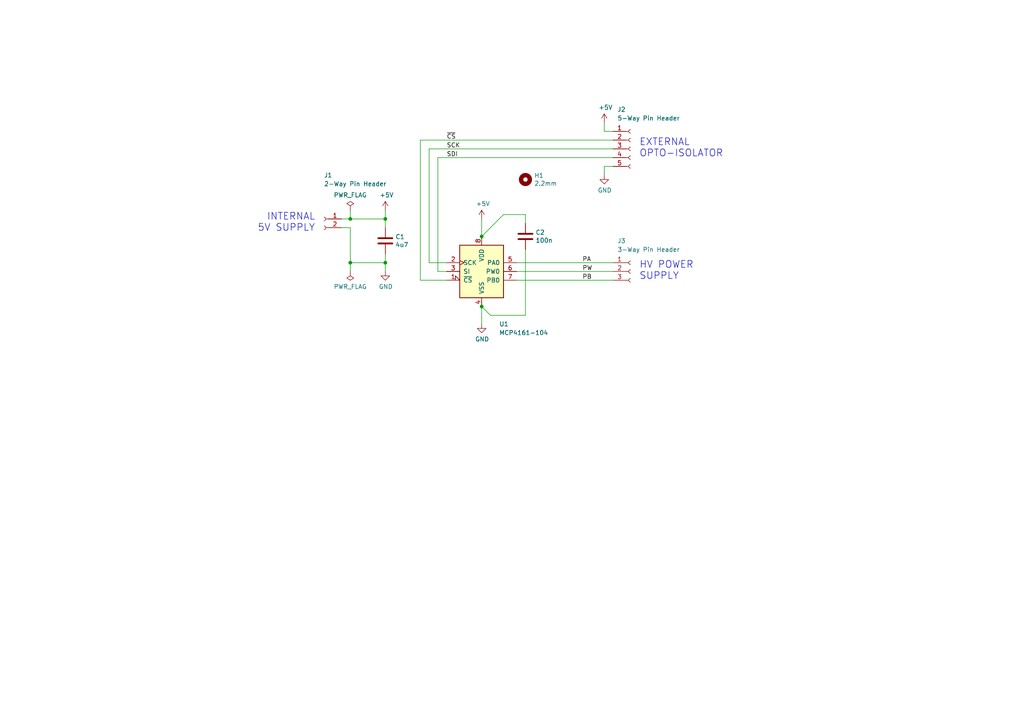
<source format=kicad_sch>
(kicad_sch (version 20230121) (generator eeschema)
  (paper "A4")
  (lib_symbols
    (symbol "Device:C" (pin_numbers hide) (pin_names (offset 0.254))
      (property "Reference" "C" (at 0.635 2.54 0))
      (property "Value" "C" (at 0.635 -2.54 0))
      (symbol "C_0_1"
        (polyline (pts (xy -2.032 -0.762) (xy 2.032 -0.762)) (stroke (width 0.508)))
        (polyline (pts (xy -2.032 0.762) (xy 2.032 0.762)) (stroke (width 0.508)))
      )
      (symbol "C_1_1"
        (pin passive line (at 0 3.81 270) (length 2.794) (name "~") (number "1"))
        (pin passive line (at 0 -3.81 90) (length 2.794) (name "~") (number "2"))
      )
    )
    (symbol "DigitalPot-rescue:Conn_01x02_Female-Connector" (pin_names (offset 1.016) hide)
      (property "Reference" "J" (at 0 2.54 0))
      (property "Value" "Connector_Conn_01x02_Female" (at 0 -5.08 0))
      (symbol "Conn_01x02_Female-Connector_1_1"
        (arc (start 0 -2.032) (mid -0.5058 -2.54) (end 0 -3.048) (stroke (width 0.1524)))
        (polyline (pts (xy -1.27 -2.54) (xy -0.508 -2.54)) (stroke (width 0.1524)))
        (polyline (pts (xy -1.27 0) (xy -0.508 0)) (stroke (width 0.1524)))
        (arc (start 0 0.508) (mid -0.5058 0) (end 0 -0.508) (stroke (width 0.1524)))
        (pin passive line (at -5.08 0 0) (length 3.81) (name "Pin_1") (number "1"))
        (pin passive line (at -5.08 -2.54 0) (length 3.81) (name "Pin_2") (number "2"))
      )
    )
    (symbol "DigitalPot-rescue:Conn_01x03_Female-Connector" (pin_names (offset 1.016) hide)
      (property "Reference" "J" (at 0 5.08 0))
      (property "Value" "Connector_Conn_01x03_Female" (at 0 -5.08 0))
      (symbol "Conn_01x03_Female-Connector_1_1"
        (arc (start 0 -2.032) (mid -0.5058 -2.54) (end 0 -3.048) (stroke (width 0.1524)))
        (polyline (pts (xy -1.27 -2.54) (xy -0.508 -2.54)) (stroke (width 0.1524)))
        (polyline (pts (xy -1.27 0) (xy -0.508 0)) (stroke (width 0.1524)))
        (polyline (pts (xy -1.27 2.54) (xy -0.508 2.54)) (stroke (width 0.1524)))
        (arc (start 0 0.508) (mid -0.5058 0) (end 0 -0.508) (stroke (width 0.1524)))
        (arc (start 0 3.048) (mid -0.5058 2.54) (end 0 2.032) (stroke (width 0.1524)))
        (pin passive line (at -5.08 2.54 0) (length 3.81) (name "Pin_1") (number "1"))
        (pin passive line (at -5.08 0 0) (length 3.81) (name "Pin_2") (number "2"))
        (pin passive line (at -5.08 -2.54 0) (length 3.81) (name "Pin_3") (number "3"))
      )
    )
    (symbol "DigitalPot-rescue:Conn_01x05_Female-Connector" (pin_names (offset 1.016) hide)
      (property "Reference" "J" (at 0 7.62 0))
      (property "Value" "Connector_Conn_01x05_Female" (at 0 -7.62 0))
      (symbol "Conn_01x05_Female-Connector_1_1"
        (arc (start 0 -4.572) (mid -0.5058 -5.08) (end 0 -5.588) (stroke (width 0.1524)))
        (arc (start 0 -2.032) (mid -0.5058 -2.54) (end 0 -3.048) (stroke (width 0.1524)))
        (polyline (pts (xy -1.27 -5.08) (xy -0.508 -5.08)) (stroke (width 0.1524)))
        (polyline (pts (xy -1.27 -2.54) (xy -0.508 -2.54)) (stroke (width 0.1524)))
        (polyline (pts (xy -1.27 0) (xy -0.508 0)) (stroke (width 0.1524)))
        (polyline (pts (xy -1.27 2.54) (xy -0.508 2.54)) (stroke (width 0.1524)))
        (polyline (pts (xy -1.27 5.08) (xy -0.508 5.08)) (stroke (width 0.1524)))
        (arc (start 0 0.508) (mid -0.5058 0) (end 0 -0.508) (stroke (width 0.1524)))
        (arc (start 0 3.048) (mid -0.5058 2.54) (end 0 2.032) (stroke (width 0.1524)))
        (arc (start 0 5.588) (mid -0.5058 5.08) (end 0 4.572) (stroke (width 0.1524)))
        (pin passive line (at -5.08 5.08 0) (length 3.81) (name "Pin_1") (number "1"))
        (pin passive line (at -5.08 2.54 0) (length 3.81) (name "Pin_2") (number "2"))
        (pin passive line (at -5.08 0 0) (length 3.81) (name "Pin_3") (number "3"))
        (pin passive line (at -5.08 -2.54 0) (length 3.81) (name "Pin_4") (number "4"))
        (pin passive line (at -5.08 -5.08 0) (length 3.81) (name "Pin_5") (number "5"))
      )
    )
    (symbol "Mechanical:MountingHole" (pin_names (offset 1.016))
      (property "Reference" "H" (at 0 5.08 0))
      (property "Value" "MountingHole" (at 0 3.175 0))
      (symbol "MountingHole_0_1"
        (circle (center 0 0) (radius 1.27) (stroke (width 1.27)))
      )
    )
    (symbol "Potentiometer_Digital:MCP41100" (pin_names (offset 1.016))
      (property "Reference" "U" (at -6.35 8.89 0))
      (property "Value" "MCP41100" (at 1.27 8.89 0))
      (symbol "MCP41100_0_1"
        (rectangle (start -6.35 7.62) (end 6.35 -7.62) (stroke (width 0.254)) (fill (type background)))
      )
      (symbol "MCP41100_1_1"
        (pin input input_low (at -10.16 -2.54 0) (length 3.81) (name "~{CS}") (number "1"))
        (pin passive clock (at -10.16 2.54 0) (length 3.81) (name "SCK") (number "2"))
        (pin input line (at -10.16 0 0) (length 3.81) (name "SI") (number "3"))
        (pin power_in line (at 0 -10.16 90) (length 2.54) (name "VSS") (number "4"))
        (pin passive line (at 10.16 2.54 180) (length 3.81) (name "PA0") (number "5"))
        (pin passive line (at 10.16 0 180) (length 3.81) (name "PW0") (number "6"))
        (pin passive line (at 10.16 -2.54 180) (length 3.81) (name "PB0") (number "7"))
        (pin power_in line (at 0 10.16 270) (length 2.54) (name "VDD") (number "8"))
      )
    )
    (symbol "power:+5V" (power) (pin_names (offset 0))
      (property "Value" "+5V" (at 0 3.556 0))
      (symbol "+5V_0_1"
        (polyline (pts (xy -0.762 1.27) (xy 0 2.54)))
        (polyline (pts (xy 0 0) (xy 0 2.54)))
        (polyline (pts (xy 0 2.54) (xy 0.762 1.27)))
      )
      (symbol "+5V_1_1"
        (pin power_in line (at 0 0 90) (length 0) hide (name "+5V") (number "1"))
      )
    )
    (symbol "power:GND" (power) (pin_names (offset 0))
      (property "Value" "GND" (at 0 -3.81 0))
      (symbol "GND_0_1"
        (polyline (pts (xy 0 0) (xy 0 -1.27) (xy 1.27 -1.27) (xy 0 -2.54) (xy -1.27 -1.27) (xy 0 -1.27)))
      )
      (symbol "GND_1_1"
        (pin power_in line (at 0 0 270) (length 0) hide (name "GND") (number "1"))
      )
    )
    (symbol "power:PWR_FLAG" (power) (pin_numbers hide) (pin_names (offset 0) hide)
      (property "Value" "PWR_FLAG" (at 0 3.81 0))
      (symbol "PWR_FLAG_0_0"
        (pin power_out line (at 0 0 90) (length 0) (name "pwr") (number "1"))
      )
      (symbol "PWR_FLAG_0_1"
        (polyline (pts (xy 0 0) (xy 0 1.27) (xy -1.016 1.905) (xy 0 2.54) (xy 1.016 1.905) (xy 0 1.27)))
      )
    )
  )
  (junction (at 101.6 63.5))
  (junction (at 101.6 76.2))
  (junction (at 111.76 76.2))
  (junction (at 139.7 68.58))
  (junction (at 111.76 63.5))
  (junction (at 139.7 88.9))
  (wire (pts (xy 142.24 91.44) (xy 139.7 88.9)))
  (wire (pts (xy 121.92 81.28) (xy 129.54 81.28)))
  (wire (pts (xy 111.76 60.96) (xy 111.76 63.5)))
  (wire (pts (xy 101.6 76.2) (xy 111.76 76.2)))
  (wire (pts (xy 124.46 43.18) (xy 177.8 43.18)))
  (wire (pts (xy 146.05 62.23) (xy 152.4 62.23)))
  (wire (pts (xy 127 78.74) (xy 129.54 78.74)))
  (wire (pts (xy 101.6 60.96) (xy 101.6 63.5)))
  (wire (pts (xy 177.8 78.74) (xy 149.86 78.74)))
  (wire (pts (xy 149.86 76.2) (xy 177.8 76.2)))
  (wire (pts (xy 149.86 81.28) (xy 177.8 81.28)))
  (wire (pts (xy 111.76 66.04) (xy 111.76 63.5)))
  (wire (pts (xy 127 45.72) (xy 127 78.74)))
  (wire (pts (xy 99.06 63.5) (xy 101.6 63.5)))
  (wire (pts (xy 146.05 62.23) (xy 139.7 68.58)))
  (wire (pts (xy 177.8 48.26) (xy 175.26 48.26)))
  (wire (pts (xy 101.6 78.74) (xy 101.6 76.2)))
  (wire (pts (xy 152.4 91.44) (xy 142.24 91.44)))
  (wire (pts (xy 111.76 73.66) (xy 111.76 76.2)))
  (wire (pts (xy 152.4 62.23) (xy 152.4 64.77)))
  (wire (pts (xy 101.6 66.04) (xy 101.6 76.2)))
  (wire (pts (xy 177.8 38.1) (xy 175.26 38.1)))
  (wire (pts (xy 177.8 45.72) (xy 127 45.72)))
  (wire (pts (xy 152.4 72.39) (xy 152.4 91.44)))
  (wire (pts (xy 99.06 66.04) (xy 101.6 66.04)))
  (wire (pts (xy 175.26 38.1) (xy 175.26 35.56)))
  (wire (pts (xy 124.46 76.2) (xy 124.46 43.18)))
  (wire (pts (xy 111.76 78.74) (xy 111.76 76.2)))
  (wire (pts (xy 139.7 68.58) (xy 139.7 63.5)))
  (wire (pts (xy 121.92 40.64) (xy 121.92 81.28)))
  (wire (pts (xy 139.7 88.9) (xy 139.7 93.98)))
  (wire (pts (xy 101.6 63.5) (xy 111.76 63.5)))
  (wire (pts (xy 129.54 76.2) (xy 124.46 76.2)))
  (wire (pts (xy 175.26 48.26) (xy 175.26 50.8)))
  (wire (pts (xy 121.92 40.64) (xy 177.8 40.64)))
  (text "INTERNAL\n5V SUPPLY" (at 91.44 67.31 0) (effects (font (size 2.0066 2.0066)) (justify right bottom)))
  (text "HV POWER\nSUPPLY" (at 185.42 81.28 0) (effects (font (size 2.0066 2.0066)) (justify left bottom)))
  (text "EXTERNAL\nOPTO-ISOLATOR" (at 185.42 45.72 0) (effects (font (size 2.0066 2.0066)) (justify left bottom)))
  (label "SDI" (at 129.54 45.72 0))
  (label "PW" (at 168.91 78.74 0))
  (label "PB" (at 168.91 81.28 0))
  (label "PA" (at 168.91 76.2 0))
  (label "~{CS}" (at 129.54 40.64 0))
  (label "SCK" (at 129.54 43.18 0))
  (symbol (lib_id "DigitalPot-rescue:Conn_01x05_Female-Connector") (at 182.88 43.18 0) (unit 1)
    (property "Reference" "J2" (at 179.07 31.75 0) (effects (justify left)))
    (property "Value" "5-Way Pin Header" (at 179.07 34.29 0) (effects (justify left)))
    (property "Footprint" "Connector_PinHeader_2.54mm:PinHeader_1x05_P2.54mm_Vertical" (effects hide))
    (property "Part Number" "Multicomp" (effects hide))
    (property "Package" "2.54mm pitch" (effects hide))
    (property "Supplier" "Multicomp" (effects hide))
    (property "Order Code" "1593414" (effects hide))
    (property "Note" "5-way 2.54mm pitch pin header" (effects hide))
  )
  (symbol (lib_id "power:+5V") (at 175.26 35.56 0) (unit 1)
    (property "Reference" "#PWR0101" (effects hide))
    (property "Value" "+5V" (at 175.641 31.1658 0))
  )
  (symbol (lib_id "power:GND") (at 175.26 50.8 0) (unit 1)
    (property "Reference" "#PWR0102" (effects hide))
    (property "Value" "GND" (at 175.387 55.1942 0))
  )
  (symbol (lib_id "Potentiometer_Digital:MCP41100") (at 139.7 78.74 0) (unit 1)
    (property "Reference" "U1" (at 144.78 93.98 0) (effects (justify left)))
    (property "Value" "MCP4161-104" (at 144.78 96.52 0) (effects (justify left)))
    (property "Footprint" "Package_SO:SOIC-8_3.9x4.9mm_P1.27mm" (effects hide))
    (property "Datasheet" "http://ww1.microchip.com/downloads/en/DeviceDoc/11195c.pdf" (effects hide))
    (property "Part Number" "MCP4161-104E/SN" (effects hide))
    (property "Manufacturer" "Microchip" (effects hide))
    (property "Package" "SO-8" (effects hide))
    (property "Supplier" "Mouser" (effects hide))
    (property "Order Code" "579-MCP4161-104E/SN" (effects hide))
    (property "Note" "8-bit single SPI digital POT with non-volatile memory" (effects hide))
  )
  (symbol (lib_id "Device:C") (at 152.4 68.58 0) (unit 1)
    (property "Reference" "C2" (at 155.321 67.4116 0) (effects (justify left)))
    (property "Value" "100n" (at 155.321 69.723 0) (effects (justify left)))
    (property "Footprint" "Capacitor_SMD:C_0603_1608Metric" (effects hide))
    (property "Part Number" "MC0603B104K500" (effects hide))
    (property "Manufacturer" "Multicomp" (effects hide))
    (property "Package" "0603" (effects hide))
    (property "Supplier" "Farnell" (effects hide))
    (property "Order Code" "1759122" (effects hide))
    (property "Alt. Supplier" "OPL Seeed" (effects hide))
    (property "Alt. Order Code" "302010138" (effects hide))
    (property "Note" "100nF/50V X7R 0603 ceramic capacitor" (effects hide))
  )
  (symbol (lib_id "power:GND") (at 139.7 93.98 0) (unit 1)
    (property "Reference" "#PWR0103" (effects hide))
    (property "Value" "GND" (at 139.827 98.3742 0))
  )
  (symbol (lib_id "power:+5V") (at 139.7 63.5 0) (unit 1)
    (property "Reference" "#PWR0104" (effects hide))
    (property "Value" "+5V" (at 140.081 59.1058 0))
  )
  (symbol (lib_id "DigitalPot-rescue:Conn_01x03_Female-Connector") (at 182.88 78.74 0) (unit 1)
    (property "Reference" "J3" (at 179.07 69.85 0) (effects (justify left)))
    (property "Value" "3-Way Pin Header" (at 179.07 72.39 0) (effects (justify left)))
    (property "Footprint" "Connector_PinHeader_2.54mm:PinHeader_1x03_P2.54mm_Vertical" (effects hide))
    (property "Note" "3-way 2.54mm pitch pin header" (effects hide))
    (property "Part Number" "2211S-03G" (effects hide))
    (property "Manufacturer" "Multicomp" (effects hide))
    (property "Package" "2.54mm pitch" (effects hide))
    (property "Supplier" "Farnell" (effects hide))
    (property "Order Code" "1593411" (effects hide))
  )
  (symbol (lib_id "Device:C") (at 111.76 69.85 0) (unit 1)
    (property "Reference" "C1" (at 114.681 68.6816 0) (effects (justify left)))
    (property "Value" "4u7" (at 114.681 70.993 0) (effects (justify left)))
    (property "Footprint" "Capacitor_SMD:C_0603_1608Metric" (effects hide))
    (property "Part Number" "EMK107ABJ475KA-T" (effects hide))
    (property "Manufacturer" "Tayo Yuden" (effects hide))
    (property "Package" "0603" (effects hide))
    (property "Supplier" "Farnell" (effects hide))
    (property "Order Code" "2112741" (effects hide))
    (property "Note" "4.7μF/16V 0603 X5R capacitor" (effects hide))
  )
  (symbol (lib_id "DigitalPot-rescue:Conn_01x02_Female-Connector") (at 93.98 63.5 0) (mirror y) (unit 1)
    (property "Reference" "J1" (at 93.98 50.8 0) (effects (justify right)))
    (property "Value" "2-Way Pin Header" (at 93.98 53.34 0) (effects (justify right)))
    (property "Footprint" "Connector_PinHeader_2.54mm:PinHeader_1x02_P2.54mm_Vertical" (effects hide))
    (property "Note" "2-way 2.54mm pitch pin header" (effects hide))
    (property "Part Number" "2211S-02G" (effects hide))
    (property "Manufacturer" "Multicomp" (effects hide))
    (property "Package" "2.54mm pitch" (effects hide))
    (property "Supplier" "Farnell" (effects hide))
    (property "Order Code" "1593412" (effects hide))
  )
  (symbol (lib_id "power:+5V") (at 111.76 60.96 0) (unit 1)
    (property "Reference" "#PWR0105" (effects hide))
    (property "Value" "+5V" (at 112.141 56.5658 0))
  )
  (symbol (lib_id "power:GND") (at 111.76 78.74 0) (unit 1)
    (property "Reference" "#PWR0106" (effects hide))
    (property "Value" "GND" (at 111.887 83.1342 0))
  )
  (symbol (lib_id "power:PWR_FLAG") (at 101.6 60.96 0) (unit 1)
    (property "Reference" "#FLG0101" (effects hide))
    (property "Value" "PWR_FLAG" (at 101.6 56.5658 0))
  )
  (symbol (lib_id "power:PWR_FLAG") (at 101.6 78.74 180) (unit 1)
    (property "Reference" "#FLG0102" (effects hide))
    (property "Value" "PWR_FLAG" (at 101.6 83.1342 0))
  )
  (symbol (lib_id "Mechanical:MountingHole") (at 152.4 52.07 0) (unit 1)
    (property "Reference" "H1" (at 154.94 50.9016 0) (effects (justify left)))
    (property "Value" "2.2mm" (at 154.94 53.213 0) (effects (justify left)))
    (property "Footprint" "MountingHole:MountingHole_2.2mm_M2" (effects hide))
  )
)
</source>
